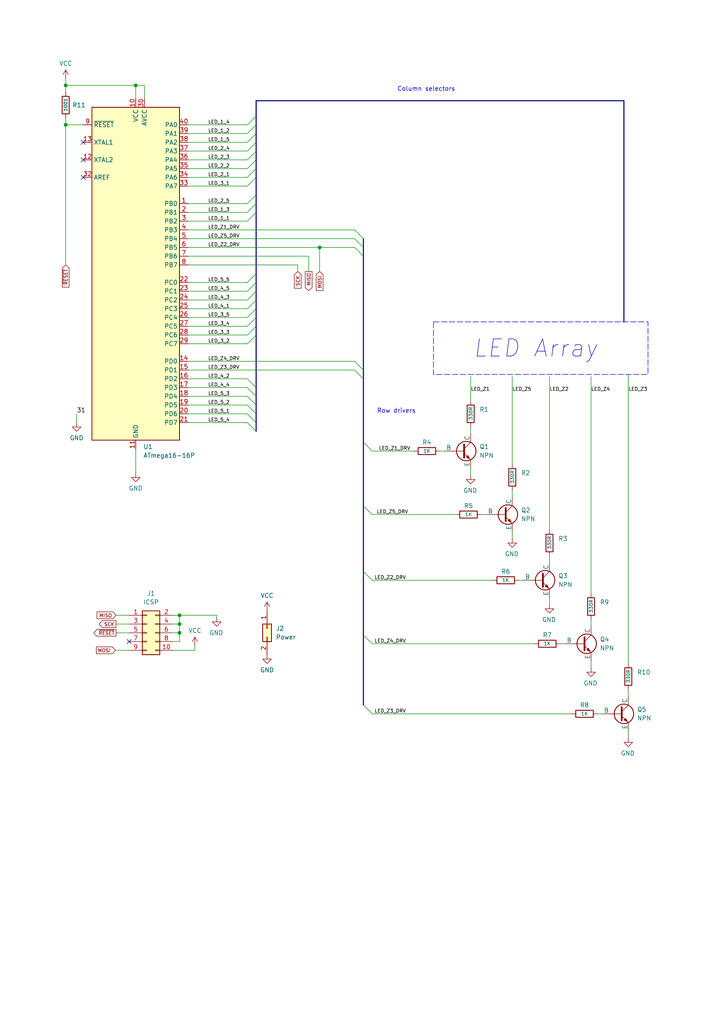
<source format=kicad_sch>
(kicad_sch (version 20230121) (generator eeschema)
  (paper "A4" portrait)
  (lib_symbols
    (symbol "Connector_Generic:Conn_02x01" (pin_names (offset 1.016) hide)
      (property "Reference" "J" (at 1.27 2.54 0))
      (property "Value" "Conn_02x01" (at 1.27 -2.54 0))
      (symbol "Conn_02x01_1_1"
        (rectangle (start -1.27 0.127) (end 0 -0.127) (stroke (width 0.1524)))
        (rectangle (start -1.27 1.27) (end 3.81 -1.27) (stroke (width 0.254)) (fill (type background)))
        (rectangle (start 3.81 0.127) (end 2.54 -0.127) (stroke (width 0.1524)))
        (pin passive line (at -5.08 0 0) (length 3.81) (name "Pin_1") (number "1"))
        (pin passive line (at 7.62 0 180) (length 3.81) (name "Pin_2") (number "2"))
      )
    )
    (symbol "Connector_Generic:Conn_02x05_Odd_Even" (pin_names (offset 1.016) hide)
      (property "Reference" "J" (at 1.27 7.62 0))
      (property "Value" "Conn_02x05_Odd_Even" (at 1.27 -7.62 0))
      (symbol "Conn_02x05_Odd_Even_1_1"
        (rectangle (start -1.27 -4.953) (end 0 -5.207) (stroke (width 0.1524)))
        (rectangle (start -1.27 -2.413) (end 0 -2.667) (stroke (width 0.1524)))
        (rectangle (start -1.27 0.127) (end 0 -0.127) (stroke (width 0.1524)))
        (rectangle (start -1.27 2.667) (end 0 2.413) (stroke (width 0.1524)))
        (rectangle (start -1.27 5.207) (end 0 4.953) (stroke (width 0.1524)))
        (rectangle (start -1.27 6.35) (end 3.81 -6.35) (stroke (width 0.254)) (fill (type background)))
        (rectangle (start 3.81 -4.953) (end 2.54 -5.207) (stroke (width 0.1524)))
        (rectangle (start 3.81 -2.413) (end 2.54 -2.667) (stroke (width 0.1524)))
        (rectangle (start 3.81 0.127) (end 2.54 -0.127) (stroke (width 0.1524)))
        (rectangle (start 3.81 2.667) (end 2.54 2.413) (stroke (width 0.1524)))
        (rectangle (start 3.81 5.207) (end 2.54 4.953) (stroke (width 0.1524)))
        (pin passive line (at -5.08 5.08 0) (length 3.81) (name "Pin_1") (number "1"))
        (pin passive line (at 7.62 -5.08 180) (length 3.81) (name "Pin_10") (number "10"))
        (pin passive line (at 7.62 5.08 180) (length 3.81) (name "Pin_2") (number "2"))
        (pin passive line (at -5.08 2.54 0) (length 3.81) (name "Pin_3") (number "3"))
        (pin passive line (at 7.62 2.54 180) (length 3.81) (name "Pin_4") (number "4"))
        (pin passive line (at -5.08 0 0) (length 3.81) (name "Pin_5") (number "5"))
        (pin passive line (at 7.62 0 180) (length 3.81) (name "Pin_6") (number "6"))
        (pin passive line (at -5.08 -2.54 0) (length 3.81) (name "Pin_7") (number "7"))
        (pin passive line (at 7.62 -2.54 180) (length 3.81) (name "Pin_8") (number "8"))
        (pin passive line (at -5.08 -5.08 0) (length 3.81) (name "Pin_9") (number "9"))
      )
    )
    (symbol "Device:R" (pin_numbers hide) (pin_names (offset 0))
      (property "Reference" "R" (at 2.032 0 90))
      (property "Value" "R" (at 0 0 90))
      (symbol "R_0_1"
        (rectangle (start -1.016 -2.54) (end 1.016 2.54) (stroke (width 0.254)))
      )
      (symbol "R_1_1"
        (pin passive line (at 0 3.81 270) (length 1.27) (name "~") (number "1"))
        (pin passive line (at 0 -3.81 90) (length 1.27) (name "~") (number "2"))
      )
    )
    (symbol "MCU_Microchip_ATmega:ATmega16-16P"
      (property "Reference" "U" (at -12.7 49.53 0))
      (property "Value" "ATmega16-16P" (at 2.54 -49.53 0))
      (symbol "ATmega16-16P_0_1"
        (rectangle (start -12.7 -48.26) (end 12.7 48.26) (stroke (width 0.254)) (fill (type background)))
      )
      (symbol "ATmega16-16P_1_1"
        (pin bidirectional line (at 15.24 20.32 180) (length 2.54) (name "PB0") (number "1"))
        (pin power_in line (at 0 50.8 270) (length 2.54) (name "VCC") (number "10"))
        (pin power_in line (at 0 -50.8 90) (length 2.54) (name "GND") (number "11"))
        (pin output line (at -15.24 33.02 0) (length 2.54) (name "XTAL2") (number "12"))
        (pin input line (at -15.24 38.1 0) (length 2.54) (name "XTAL1") (number "13"))
        (pin bidirectional line (at 15.24 -25.4 180) (length 2.54) (name "PD0") (number "14"))
        (pin bidirectional line (at 15.24 -27.94 180) (length 2.54) (name "PD1") (number "15"))
        (pin bidirectional line (at 15.24 -30.48 180) (length 2.54) (name "PD2") (number "16"))
        (pin bidirectional line (at 15.24 -33.02 180) (length 2.54) (name "PD3") (number "17"))
        (pin bidirectional line (at 15.24 -35.56 180) (length 2.54) (name "PD4") (number "18"))
        (pin bidirectional line (at 15.24 -38.1 180) (length 2.54) (name "PD5") (number "19"))
        (pin bidirectional line (at 15.24 17.78 180) (length 2.54) (name "PB1") (number "2"))
        (pin bidirectional line (at 15.24 -40.64 180) (length 2.54) (name "PD6") (number "20"))
        (pin bidirectional line (at 15.24 -43.18 180) (length 2.54) (name "PD7") (number "21"))
        (pin bidirectional line (at 15.24 -2.54 180) (length 2.54) (name "PC0") (number "22"))
        (pin bidirectional line (at 15.24 -5.08 180) (length 2.54) (name "PC1") (number "23"))
        (pin bidirectional line (at 15.24 -7.62 180) (length 2.54) (name "PC2") (number "24"))
        (pin bidirectional line (at 15.24 -10.16 180) (length 2.54) (name "PC3") (number "25"))
        (pin bidirectional line (at 15.24 -12.7 180) (length 2.54) (name "PC4") (number "26"))
        (pin bidirectional line (at 15.24 -15.24 180) (length 2.54) (name "PC5") (number "27"))
        (pin bidirectional line (at 15.24 -17.78 180) (length 2.54) (name "PC6") (number "28"))
        (pin bidirectional line (at 15.24 -20.32 180) (length 2.54) (name "PC7") (number "29"))
        (pin bidirectional line (at 15.24 15.24 180) (length 2.54) (name "PB2") (number "3"))
        (pin power_in line (at 2.54 50.8 270) (length 2.54) (name "AVCC") (number "30"))
        (pin passive line (at 0 -50.8 90) (length 2.54) hide (name "GND") (number "31"))
        (pin passive line (at -15.24 27.94 0) (length 2.54) (name "AREF") (number "32"))
        (pin bidirectional line (at 15.24 25.4 180) (length 2.54) (name "PA7") (number "33"))
        (pin bidirectional line (at 15.24 27.94 180) (length 2.54) (name "PA6") (number "34"))
        (pin bidirectional line (at 15.24 30.48 180) (length 2.54) (name "PA5") (number "35"))
        (pin bidirectional line (at 15.24 33.02 180) (length 2.54) (name "PA4") (number "36"))
        (pin bidirectional line (at 15.24 35.56 180) (length 2.54) (name "PA3") (number "37"))
        (pin bidirectional line (at 15.24 38.1 180) (length 2.54) (name "PA2") (number "38"))
        (pin bidirectional line (at 15.24 40.64 180) (length 2.54) (name "PA1") (number "39"))
        (pin bidirectional line (at 15.24 12.7 180) (length 2.54) (name "PB3") (number "4"))
        (pin bidirectional line (at 15.24 43.18 180) (length 2.54) (name "PA0") (number "40"))
        (pin bidirectional line (at 15.24 10.16 180) (length 2.54) (name "PB4") (number "5"))
        (pin bidirectional line (at 15.24 7.62 180) (length 2.54) (name "PB5") (number "6"))
        (pin bidirectional line (at 15.24 5.08 180) (length 2.54) (name "PB6") (number "7"))
        (pin bidirectional line (at 15.24 2.54 180) (length 2.54) (name "PB7") (number "8"))
        (pin input line (at -15.24 43.18 0) (length 2.54) (name "~{RESET}") (number "9"))
      )
    )
    (symbol "Simulation_SPICE:NPN" (pin_numbers hide) (pin_names (offset 0))
      (property "Reference" "Q" (at -2.54 7.62 0))
      (property "Value" "NPN" (at -2.54 5.08 0))
      (symbol "NPN_0_1"
        (polyline (pts (xy -2.54 0) (xy 0.635 0)) (stroke (width 0.1524)))
        (polyline (pts (xy 0.635 0.635) (xy 2.54 2.54)))
        (polyline (pts (xy 2.794 -1.27) (xy 2.794 -1.27)) (stroke (width 0.1524)))
        (polyline (pts (xy 2.794 -1.27) (xy 2.794 -1.27)) (stroke (width 0.1524)))
        (polyline (pts (xy 0.635 -0.635) (xy 2.54 -2.54) (xy 2.54 -2.54)))
        (polyline (pts (xy 0.635 1.905) (xy 0.635 -1.905) (xy 0.635 -1.905)) (stroke (width 0.508)))
        (polyline (pts (xy 1.27 -1.778) (xy 1.778 -1.27) (xy 2.286 -2.286) (xy 1.27 -1.778) (xy 1.27 -1.778)) (fill (type outline)))
        (circle (center 1.27 0) (radius 2.8194) (stroke (width 0.254)))
      )
      (symbol "NPN_1_1"
        (pin open_collector line (at 2.54 5.08 270) (length 2.54) (name "C") (number "1"))
        (pin input line (at -5.08 0 0) (length 2.54) (name "B") (number "2"))
        (pin open_emitter line (at 2.54 -5.08 90) (length 2.54) (name "E") (number "3"))
      )
    )
    (symbol "power:GND" (power) (pin_names (offset 0))
      (property "Value" "GND" (at 0 -3.81 0))
      (symbol "GND_0_1"
        (polyline (pts (xy 0 0) (xy 0 -1.27) (xy 1.27 -1.27) (xy 0 -2.54) (xy -1.27 -1.27) (xy 0 -1.27)))
      )
      (symbol "GND_1_1"
        (pin power_in line (at 0 0 270) (length 0) hide (name "GND") (number "1"))
      )
    )
    (symbol "power:VCC" (power) (pin_names (offset 0))
      (property "Value" "VCC" (at 0 3.81 0))
      (symbol "VCC_0_1"
        (polyline (pts (xy -0.762 1.27) (xy 0 2.54)))
        (polyline (pts (xy 0 0) (xy 0 2.54)))
        (polyline (pts (xy 0 2.54) (xy 0.762 1.27)))
      )
      (symbol "VCC_1_1"
        (pin power_in line (at 0 0 90) (length 0) hide (name "VCC") (number "1"))
      )
    )
  )
  (junction (at 52.07 178.435))
  (junction (at 19.05 24.765))
  (junction (at 52.07 180.975))
  (junction (at 52.07 183.515))
  (junction (at 39.37 24.765))
  (junction (at 19.05 36.195))
  (junction (at 92.71 71.755))
  (no_connect (at 24.13 51.435))
  (no_connect (at 24.13 46.355))
  (no_connect (at 37.465 186.055))
  (no_connect (at 24.13 41.275))
  (bus_entry (at 71.755 81.915) (size 2.54 -2.54))
  (bus_entry (at 74.295 56.515) (size -2.54 2.54))
  (bus_entry (at 102.87 107.315) (size 2.54 2.54))
  (bus_entry (at 74.295 36.195) (size -2.54 2.54))
  (bus_entry (at 74.295 61.595) (size -2.54 2.54))
  (bus_entry (at 74.295 41.275) (size -2.54 2.54))
  (bus_entry (at 71.755 117.475) (size 2.54 2.54))
  (bus_entry (at 71.755 99.695) (size 2.54 -2.54))
  (bus_entry (at 105.41 146.685) (size 2.54 2.54))
  (bus_entry (at 105.41 128.27) (size 2.54 2.54))
  (bus_entry (at 105.41 204.47) (size 2.54 2.54))
  (bus_entry (at 71.755 86.995) (size 2.54 -2.54))
  (bus_entry (at 74.295 38.735) (size -2.54 2.54))
  (bus_entry (at 71.755 112.395) (size 2.54 2.54))
  (bus_entry (at 71.755 120.015) (size 2.54 2.54))
  (bus_entry (at 74.295 33.655) (size -2.54 2.54))
  (bus_entry (at 71.755 122.555) (size 2.54 2.54))
  (bus_entry (at 105.41 184.15) (size 2.54 2.54))
  (bus_entry (at 102.87 69.215) (size 2.54 2.54))
  (bus_entry (at 74.295 59.055) (size -2.54 2.54))
  (bus_entry (at 74.295 51.435) (size -2.54 2.54))
  (bus_entry (at 102.87 66.675) (size 2.54 2.54))
  (bus_entry (at 71.755 92.075) (size 2.54 -2.54))
  (bus_entry (at 71.755 97.155) (size 2.54 -2.54))
  (bus_entry (at 71.755 84.455) (size 2.54 -2.54))
  (bus_entry (at 71.755 109.855) (size 2.54 2.54))
  (bus_entry (at 71.755 89.535) (size 2.54 -2.54))
  (bus_entry (at 74.295 46.355) (size -2.54 2.54))
  (bus_entry (at 74.295 43.815) (size -2.54 2.54))
  (bus_entry (at 71.755 94.615) (size 2.54 -2.54))
  (bus_entry (at 105.41 165.735) (size 2.54 2.54))
  (bus_entry (at 102.87 104.775) (size 2.54 2.54))
  (bus_entry (at 74.295 48.895) (size -2.54 2.54))
  (bus_entry (at 71.755 114.935) (size 2.54 2.54))
  (bus_entry (at 102.87 71.755) (size 2.54 2.54))
  (wire (pts (xy 33.655 183.515) (xy 37.465 183.515)))
  (bus (pts (xy 74.295 120.015) (xy 74.295 122.555)))
  (wire (pts (xy 19.05 24.765) (xy 19.05 26.67)))
  (bus (pts (xy 74.295 46.355) (xy 74.295 48.895)))
  (wire (pts (xy 52.07 183.515) (xy 52.07 186.055)))
  (bus (pts (xy 74.295 38.735) (xy 74.295 41.275)))
  (wire (pts (xy 54.61 36.195) (xy 71.755 36.195)))
  (wire (pts (xy 19.05 36.195) (xy 19.05 76.835)))
  (wire (pts (xy 56.515 187.325) (xy 56.515 188.595)))
  (wire (pts (xy 41.91 24.765) (xy 41.91 28.575)))
  (wire (pts (xy 54.61 59.055) (xy 71.755 59.055)))
  (wire (pts (xy 136.525 109.22) (xy 136.525 116.205)))
  (wire (pts (xy 127.635 130.81) (xy 128.905 130.81)))
  (wire (pts (xy 39.37 24.765) (xy 41.91 24.765)))
  (bus (pts (xy 74.295 84.455) (xy 74.295 86.995)))
  (wire (pts (xy 148.59 109.22) (xy 148.59 134.62)))
  (wire (pts (xy 54.61 61.595) (xy 71.755 61.595)))
  (wire (pts (xy 50.165 178.435) (xy 52.07 178.435)))
  (wire (pts (xy 54.61 64.135) (xy 71.755 64.135)))
  (bus (pts (xy 74.295 81.915) (xy 74.295 84.455)))
  (bus (pts (xy 74.295 114.935) (xy 74.295 117.475)))
  (wire (pts (xy 22.225 122.555) (xy 22.225 120.015)))
  (bus (pts (xy 74.295 48.895) (xy 74.295 51.435)))
  (bus (pts (xy 105.41 109.855) (xy 105.41 128.27)))
  (wire (pts (xy 89.535 74.295) (xy 89.535 78.74)))
  (bus (pts (xy 180.975 29.21) (xy 180.975 93.345)))
  (wire (pts (xy 54.61 99.695) (xy 71.755 99.695)))
  (wire (pts (xy 107.95 168.275) (xy 142.875 168.275)))
  (wire (pts (xy 139.7 149.225) (xy 140.97 149.225)))
  (wire (pts (xy 159.385 175.26) (xy 159.385 173.355)))
  (wire (pts (xy 54.61 97.155) (xy 71.755 97.155)))
  (wire (pts (xy 54.61 109.855) (xy 71.755 109.855)))
  (wire (pts (xy 148.59 142.24) (xy 148.59 144.145)))
  (wire (pts (xy 107.95 207.01) (xy 165.735 207.01)))
  (wire (pts (xy 33.655 178.435) (xy 37.465 178.435)))
  (wire (pts (xy 148.59 156.21) (xy 148.59 154.305)))
  (wire (pts (xy 162.56 186.69) (xy 163.83 186.69)))
  (bus (pts (xy 74.295 29.21) (xy 180.975 29.21)))
  (wire (pts (xy 107.95 130.81) (xy 120.015 130.81)))
  (bus (pts (xy 74.295 36.195) (xy 74.295 38.735)))
  (bus (pts (xy 105.41 165.735) (xy 105.41 184.15)))
  (wire (pts (xy 54.61 120.015) (xy 71.755 120.015)))
  (wire (pts (xy 54.61 86.995) (xy 71.755 86.995)))
  (wire (pts (xy 52.07 178.435) (xy 52.07 180.975)))
  (wire (pts (xy 50.165 186.055) (xy 52.07 186.055)))
  (wire (pts (xy 19.05 34.29) (xy 19.05 36.195)))
  (wire (pts (xy 171.45 179.705) (xy 171.45 181.61)))
  (wire (pts (xy 33.655 188.595) (xy 37.465 188.595)))
  (wire (pts (xy 54.61 43.815) (xy 71.755 43.815)))
  (bus (pts (xy 74.295 61.595) (xy 74.295 79.375)))
  (bus (pts (xy 74.295 117.475) (xy 74.295 120.015)))
  (wire (pts (xy 54.61 41.275) (xy 71.755 41.275)))
  (bus (pts (xy 74.295 51.435) (xy 74.295 56.515)))
  (bus (pts (xy 74.295 79.375) (xy 74.295 81.915)))
  (wire (pts (xy 86.36 76.835) (xy 86.36 78.74)))
  (bus (pts (xy 105.41 74.295) (xy 105.41 107.315)))
  (wire (pts (xy 54.61 107.315) (xy 102.87 107.315)))
  (bus (pts (xy 105.41 146.685) (xy 105.41 165.735)))
  (wire (pts (xy 159.385 109.22) (xy 159.385 153.67)))
  (wire (pts (xy 150.495 168.275) (xy 151.765 168.275)))
  (wire (pts (xy 54.61 71.755) (xy 92.71 71.755)))
  (bus (pts (xy 74.295 122.555) (xy 74.295 125.095)))
  (bus (pts (xy 105.41 107.315) (xy 105.41 109.855)))
  (wire (pts (xy 54.61 51.435) (xy 71.755 51.435)))
  (bus (pts (xy 105.41 128.27) (xy 105.41 146.685)))
  (wire (pts (xy 136.525 137.795) (xy 136.525 135.89)))
  (wire (pts (xy 182.245 200.025) (xy 182.245 201.93)))
  (wire (pts (xy 54.61 53.975) (xy 71.755 53.975)))
  (wire (pts (xy 107.95 149.225) (xy 132.08 149.225)))
  (wire (pts (xy 159.385 161.29) (xy 159.385 163.195)))
  (wire (pts (xy 54.61 84.455) (xy 71.755 84.455)))
  (wire (pts (xy 54.61 46.355) (xy 71.755 46.355)))
  (wire (pts (xy 54.61 114.935) (xy 71.755 114.935)))
  (wire (pts (xy 54.61 69.215) (xy 102.87 69.215)))
  (wire (pts (xy 19.05 22.86) (xy 19.05 24.765)))
  (bus (pts (xy 74.295 41.275) (xy 74.295 43.815)))
  (wire (pts (xy 39.37 137.16) (xy 39.37 130.175)))
  (wire (pts (xy 50.165 180.975) (xy 52.07 180.975)))
  (wire (pts (xy 54.61 94.615) (xy 71.755 94.615)))
  (wire (pts (xy 54.61 117.475) (xy 71.755 117.475)))
  (wire (pts (xy 54.61 92.075) (xy 71.755 92.075)))
  (wire (pts (xy 39.37 24.765) (xy 39.37 28.575)))
  (wire (pts (xy 171.45 193.675) (xy 171.45 191.77)))
  (wire (pts (xy 54.61 66.675) (xy 102.87 66.675)))
  (wire (pts (xy 19.05 24.765) (xy 39.37 24.765)))
  (bus (pts (xy 74.295 94.615) (xy 74.295 97.155)))
  (wire (pts (xy 54.61 76.835) (xy 86.36 76.835)))
  (wire (pts (xy 171.45 109.22) (xy 171.45 172.085)))
  (wire (pts (xy 56.515 188.595) (xy 50.165 188.595)))
  (bus (pts (xy 74.295 89.535) (xy 74.295 92.075)))
  (wire (pts (xy 52.07 180.975) (xy 52.07 183.515)))
  (wire (pts (xy 54.61 122.555) (xy 71.755 122.555)))
  (bus (pts (xy 105.41 71.755) (xy 105.41 74.295)))
  (wire (pts (xy 54.61 112.395) (xy 71.755 112.395)))
  (wire (pts (xy 107.95 186.69) (xy 154.94 186.69)))
  (wire (pts (xy 33.655 180.975) (xy 37.465 180.975)))
  (bus (pts (xy 74.295 86.995) (xy 74.295 89.535)))
  (wire (pts (xy 54.61 38.735) (xy 71.755 38.735)))
  (wire (pts (xy 62.865 178.435) (xy 62.865 179.07)))
  (wire (pts (xy 92.71 71.755) (xy 102.87 71.755)))
  (bus (pts (xy 74.295 92.075) (xy 74.295 94.615)))
  (bus (pts (xy 74.295 97.155) (xy 74.295 112.395)))
  (wire (pts (xy 54.61 89.535) (xy 71.755 89.535)))
  (bus (pts (xy 74.295 112.395) (xy 74.295 114.935)))
  (wire (pts (xy 173.355 207.01) (xy 174.625 207.01)))
  (wire (pts (xy 54.61 104.775) (xy 102.87 104.775)))
  (wire (pts (xy 52.07 178.435) (xy 62.865 178.435)))
  (bus (pts (xy 105.41 69.215) (xy 105.41 71.755)))
  (wire (pts (xy 19.05 36.195) (xy 24.13 36.195)))
  (wire (pts (xy 182.245 213.995) (xy 182.245 212.09)))
  (wire (pts (xy 92.71 71.755) (xy 92.71 78.74)))
  (wire (pts (xy 54.61 48.895) (xy 71.755 48.895)))
  (wire (pts (xy 54.61 74.295) (xy 89.535 74.295)))
  (wire (pts (xy 50.165 183.515) (xy 52.07 183.515)))
  (bus (pts (xy 74.295 56.515) (xy 74.295 59.055)))
  (bus (pts (xy 74.295 33.655) (xy 74.295 29.21)))
  (bus (pts (xy 105.41 184.15) (xy 105.41 204.47)))
  (wire (pts (xy 136.525 123.825) (xy 136.525 125.73)))
  (bus (pts (xy 74.295 59.055) (xy 74.295 61.595)))
  (wire (pts (xy 54.61 81.915) (xy 71.755 81.915)))
  (bus (pts (xy 74.295 33.655) (xy 74.295 36.195)))
  (wire (pts (xy 182.245 108.585) (xy 182.245 192.405)))
  (bus (pts (xy 74.295 43.815) (xy 74.295 46.355)))
  (rectangle (start 125.73 93.345) (end 187.96 108.585) (stroke (width 0) (type dash)))
  (text "Column selectors" (at 132.08 26.67 0) (effects (font (size 1.27 1.27)) (justify right bottom)))
  (text "LED Array" (at 137.16 104.14 0) (effects (font (size 5 5) italic) (justify left bottom)))
  (text "Row drivers" (at 120.65 120.015 0) (effects (font (size 1.27 1.27)) (justify right bottom)))
  (label "LED_4_4" (at 60.325 112.395 0) (effects (font (size 1 1))))
  (label "LED_3_1" (at 60.325 53.975 0) (effects (font (size 1 1))))
  (label "LED_Z1_DRV" (at 109.855 130.81 0) (effects (font (size 1 1))))
  (label "LED_5_4" (at 60.325 122.555 0) (effects (font (size 1 1))))
  (label "LED_4_5" (at 60.325 84.455 0) (effects (font (size 1 1))))
  (label "LED_Z5_DRV" (at 60.325 69.215 0) (effects (font (size 1 1))))
  (label "LED_Z2_DRV" (at 108.585 168.275 0) (effects (font (size 1 1))))
  (label "LED_Z3_DRV" (at 108.585 207.01 0) (effects (font (size 1 1))))
  (label "LED_Z3_DRV" (at 60.325 107.315 0) (effects (font (size 1 1))))
  (label "LED_1_1" (at 60.325 64.135 0) (effects (font (size 1 1))))
  (label "LED_Z5_DRV" (at 109.22 149.225 0) (effects (font (size 1 1))))
  (label "LED_4_2" (at 60.325 109.855 0) (effects (font (size 1 1))))
  (label "LED_1_4" (at 60.325 36.195 0) (effects (font (size 1 1))))
  (label "LED_5_2" (at 60.325 117.475 0) (effects (font (size 1 1))))
  (label "LED_2_1" (at 60.325 51.435 0) (effects (font (size 1 1))))
  (label "LED_1_3" (at 60.325 61.595 0) (effects (font (size 1 1))))
  (label "LED_3_3" (at 60.325 97.155 0) (effects (font (size 1 1))))
  (label "LED_Z4" (at 171.45 113.665 0) (effects (font (size 1 1))))
  (label "31" (at 22.225 120.015 0))
  (label "LED_3_4" (at 60.325 94.615 0) (effects (font (size 1 1))))
  (label "LED_Z4_DRV" (at 108.585 186.69 0) (effects (font (size 1 1))))
  (label "LED_4_1" (at 60.325 89.535 0) (effects (font (size 1 1))))
  (label "LED_Z5" (at 148.59 113.665 0) (effects (font (size 1 1))))
  (label "LED_3_5" (at 60.325 92.075 0) (effects (font (size 1 1))))
  (label "LED_Z2_DRV" (at 60.325 71.755 0) (effects (font (size 1 1))))
  (label "LED_2_4" (at 60.325 43.815 0) (effects (font (size 1 1))))
  (label "LED_5_1" (at 60.325 120.015 0) (effects (font (size 1 1))))
  (label "LED_3_2" (at 60.325 99.695 0) (effects (font (size 1 1))))
  (label "LED_2_2" (at 60.325 48.895 0) (effects (font (size 1 1))))
  (label "LED_1_5" (at 60.325 41.275 0) (effects (font (size 1 1))))
  (label "LED_4_3" (at 60.325 86.995 0) (effects (font (size 1 1))))
  (label "LED_5_3" (at 60.325 114.935 0) (effects (font (size 1 1))))
  (label "LED_Z1" (at 136.525 113.665 0) (effects (font (size 1 1))))
  (label "LED_1_2" (at 60.325 38.735 0) (effects (font (size 1 1))))
  (label "LED_Z2" (at 159.385 113.665 0) (effects (font (size 1 1))))
  (label "LED_2_3" (at 60.325 46.355 0) (effects (font (size 1 1))))
  (label "LED_Z4_DRV" (at 60.325 104.775 0) (effects (font (size 1 1))))
  (label "LED_Z1_DRV" (at 60.325 66.675 0) (effects (font (size 1 1))))
  (label "LED_2_5" (at 60.325 59.055 0) (effects (font (size 1 1))))
  (label "LED_5_5" (at 60.325 81.915 0) (effects (font (size 1 1))))
  (label "LED_Z3" (at 182.245 113.665 0) (effects (font (size 1 1))))
  (global_label "~{RESET}" (shape output) (at 33.655 183.515 180) (effects (font (size 1 1))) (property "Intersheetrefs" "${INTERSHEET_REFS}" (effects hide)))
  (global_label "~{RESET}" (shape input) (at 19.05 76.835 270) (effects (font (size 1 1))) (property "Intersheetrefs" "${INTERSHEET_REFS}" (effects hide)))
  (global_label "MISO" (shape output) (at 89.535 78.74 270) (effects (font (size 1 1))) (property "Intersheetrefs" "${INTERSHEET_REFS}" (effects hide)))
  (global_label "MOSI" (shape output) (at 27.94 188.595 0) (effects (font (size 1 1))) (property "Intersheetrefs" "${INTERSHEET_REFS}" (effects hide)))
  (global_label "SCK" (shape output) (at 33.655 180.975 180) (effects (font (size 1 1))) (property "Intersheetrefs" "${INTERSHEET_REFS}" (effects hide)))
  (global_label "MISO" (shape input) (at 33.655 178.435 180) (effects (font (size 1 1))) (property "Intersheetrefs" "${INTERSHEET_REFS}" (effects hide)))
  (global_label "SCK" (shape input) (at 86.36 78.74 270) (effects (font (size 1 1))) (property "Intersheetrefs" "${INTERSHEET_REFS}" (effects hide)))
  (global_label "MOSI" (shape input) (at 92.71 78.74 270) (effects (font (size 1 1))) (property "Intersheetrefs" "${INTERSHEET_REFS}" (effects hide)))
  (symbol (lib_id "MCU_Microchip_ATmega:ATmega16-16P") (at 39.37 79.375 0) (unit 1)
    (property "Reference" "U1" (at 41.5641 129.54 0) (effects (justify left)))
    (property "Value" "ATmega16-16P" (at 41.5641 132.08 0) (effects (justify left)))
    (property "Footprint" "Package_DIP:DIP-40_W15.24mm" (effects hide))
    (property "Datasheet" "http://ww1.microchip.com/downloads/en/DeviceDoc/doc2466.pdf" (effects hide))
  )
  (symbol (lib_id "Device:R") (at 158.75 186.69 90) (unit 1)
    (property "Reference" "R7" (at 158.75 184.15 90))
    (property "Value" "1K" (at 158.75 186.69 90) (effects (font (size 1 1))))
  )
  (symbol (lib_id "Simulation_SPICE:NPN") (at 179.705 207.01 0) (unit 1)
    (property "Reference" "Q5" (at 184.785 205.74 0) (effects (justify left)))
    (property "Value" "NPN" (at 184.785 208.28 0) (effects (justify left)))
    (property "Sim.Device" "NPN" (effects hide))
    (property "Sim.Type" "GUMMELPOON" (effects hide))
    (property "Sim.Pins" "1=C 2=B 3=E" (effects hide))
  )
  (symbol (lib_id "power:GND") (at 136.525 137.795 0) (unit 1)
    (property "Reference" "#PWR09" (effects hide))
    (property "Value" "GND" (at 138.43 142.24 0) (effects (justify right)))
  )
  (symbol (lib_id "power:GND") (at 22.225 122.555 0) (unit 1)
    (property "Reference" "#PWR06" (effects hide))
    (property "Value" "GND" (at 22.225 127 0))
  )
  (symbol (lib_id "Device:R") (at 182.245 196.215 180) (unit 1)
    (property "Reference" "R10" (at 184.785 194.945 0) (effects (justify right)))
    (property "Value" "330R" (at 182.245 198.12 90) (effects (font (size 1 1)) (justify right)))
  )
  (symbol (lib_id "power:GND") (at 148.59 156.21 0) (unit 1)
    (property "Reference" "#PWR010" (effects hide))
    (property "Value" "GND" (at 150.495 160.655 0) (effects (justify right)))
  )
  (symbol (lib_id "power:GND") (at 171.45 193.675 0) (unit 1)
    (property "Reference" "#PWR012" (effects hide))
    (property "Value" "GND" (at 173.355 198.12 0) (effects (justify right)))
  )
  (symbol (lib_id "Simulation_SPICE:NPN") (at 146.05 149.225 0) (unit 1)
    (property "Reference" "Q2" (at 151.13 147.955 0) (effects (justify left)))
    (property "Value" "NPN" (at 151.13 150.495 0) (effects (justify left)))
    (property "Sim.Device" "NPN" (effects hide))
    (property "Sim.Type" "GUMMELPOON" (effects hide))
    (property "Sim.Pins" "1=C 2=B 3=E" (effects hide))
  )
  (symbol (lib_id "power:GND") (at 77.47 189.865 0) (unit 1)
    (property "Reference" "#PWR04" (effects hide))
    (property "Value" "GND" (at 77.47 194.31 0))
  )
  (symbol (lib_id "Device:R") (at 135.89 149.225 90) (unit 1)
    (property "Reference" "R5" (at 135.89 146.685 90))
    (property "Value" "1K" (at 135.89 149.225 90) (effects (font (size 1 1))))
  )
  (symbol (lib_id "Device:R") (at 171.45 175.895 180) (unit 1)
    (property "Reference" "R9" (at 173.99 174.625 0) (effects (justify right)))
    (property "Value" "330R" (at 171.45 177.8 90) (effects (font (size 1 1)) (justify right)))
  )
  (symbol (lib_id "Device:R") (at 123.825 130.81 90) (unit 1)
    (property "Reference" "R4" (at 123.825 128.27 90))
    (property "Value" "1K" (at 123.825 130.81 90) (effects (font (size 1 1))))
  )
  (symbol (lib_id "Device:R") (at 159.385 157.48 180) (unit 1)
    (property "Reference" "R3" (at 161.925 156.21 0) (effects (justify right)))
    (property "Value" "330R" (at 159.385 159.385 90) (effects (font (size 1 1)) (justify right)))
  )
  (symbol (lib_id "Connector_Generic:Conn_02x05_Odd_Even") (at 42.545 183.515 0) (unit 1)
    (property "Reference" "J1" (at 43.815 172.085 0))
    (property "Value" "ICSP" (at 43.815 174.625 0))
  )
  (symbol (lib_id "Simulation_SPICE:NPN") (at 168.91 186.69 0) (unit 1)
    (property "Reference" "Q4" (at 173.99 185.42 0) (effects (justify left)))
    (property "Value" "NPN" (at 173.99 187.96 0) (effects (justify left)))
    (property "Sim.Device" "NPN" (effects hide))
    (property "Sim.Type" "GUMMELPOON" (effects hide))
    (property "Sim.Pins" "1=C 2=B 3=E" (effects hide))
  )
  (symbol (lib_id "Connector_Generic:Conn_02x01") (at 77.47 182.245 270) (unit 1)
    (property "Reference" "J2" (at 80.01 182.245 90) (effects (justify left)))
    (property "Value" "Power" (at 80.01 184.785 90) (effects (justify left)))
  )
  (symbol (lib_id "power:VCC") (at 19.05 22.86 0) (unit 1)
    (property "Reference" "#PWR01" (effects hide))
    (property "Value" "VCC" (at 19.05 18.415 0))
  )
  (symbol (lib_id "power:GND") (at 159.385 175.26 0) (unit 1)
    (property "Reference" "#PWR011" (effects hide))
    (property "Value" "GND" (at 161.29 179.705 0) (effects (justify right)))
  )
  (symbol (lib_id "power:GND") (at 39.37 137.16 0) (unit 1)
    (property "Reference" "#PWR05" (effects hide))
    (property "Value" "GND" (at 39.37 141.605 0))
  )
  (symbol (lib_id "power:VCC") (at 56.515 187.325 0) (unit 1)
    (property "Reference" "#PWR02" (effects hide))
    (property "Value" "VCC" (at 54.61 182.88 0) (effects (justify left)))
  )
  (symbol (lib_id "Device:R") (at 146.685 168.275 90) (unit 1)
    (property "Reference" "R6" (at 146.685 165.735 90))
    (property "Value" "1K" (at 146.685 168.275 90) (effects (font (size 1 1))))
  )
  (symbol (lib_id "Device:R") (at 169.545 207.01 90) (unit 1)
    (property "Reference" "R8" (at 169.545 204.47 90))
    (property "Value" "1K" (at 169.545 207.01 90) (effects (font (size 1 1))))
  )
  (symbol (lib_id "Simulation_SPICE:NPN") (at 156.845 168.275 0) (unit 1)
    (property "Reference" "Q3" (at 161.925 167.005 0) (effects (justify left)))
    (property "Value" "NPN" (at 161.925 169.545 0) (effects (justify left)))
    (property "Sim.Device" "NPN" (effects hide))
    (property "Sim.Type" "GUMMELPOON" (effects hide))
    (property "Sim.Pins" "1=C 2=B 3=E" (effects hide))
  )
  (symbol (lib_id "power:GND") (at 62.865 179.07 0) (unit 1)
    (property "Reference" "#PWR08" (effects hide))
    (property "Value" "GND" (at 64.77 183.515 0) (effects (justify right)))
  )
  (symbol (lib_id "Device:R") (at 148.59 138.43 180) (unit 1)
    (property "Reference" "R2" (at 151.13 137.16 0) (effects (justify right)))
    (property "Value" "330R" (at 148.59 140.335 90) (effects (font (size 1 1)) (justify right)))
  )
  (symbol (lib_id "power:VCC") (at 77.47 177.165 0) (unit 1)
    (property "Reference" "#PWR03" (effects hide))
    (property "Value" "VCC" (at 77.47 172.72 0))
  )
  (symbol (lib_id "Device:R") (at 136.525 120.015 180) (unit 1)
    (property "Reference" "R1" (at 139.065 118.745 0) (effects (justify right)))
    (property "Value" "330R" (at 136.525 121.92 90) (effects (font (size 1 1)) (justify right)))
  )
  (symbol (lib_id "Device:R") (at 19.05 30.48 180) (unit 1)
    (property "Reference" "R11" (at 20.955 30.48 0) (effects (justify right)))
    (property "Value" "1001" (at 19.05 32.385 90) (effects (font (size 1 1)) (justify right)))
  )
  (symbol (lib_id "Simulation_SPICE:NPN") (at 133.985 130.81 0) (unit 1)
    (property "Reference" "Q1" (at 139.065 129.54 0) (effects (justify left)))
    (property "Value" "NPN" (at 139.065 132.08 0) (effects (justify left)))
    (property "Sim.Device" "NPN" (effects hide))
    (property "Sim.Type" "GUMMELPOON" (effects hide))
    (property "Sim.Pins" "1=C 2=B 3=E" (effects hide))
  )
  (symbol (lib_id "power:GND") (at 182.245 213.995 0) (unit 1)
    (property "Reference" "#PWR013" (effects hide))
    (property "Value" "GND" (at 184.15 218.44 0) (effects (justify right)))
  )
)
</source>
